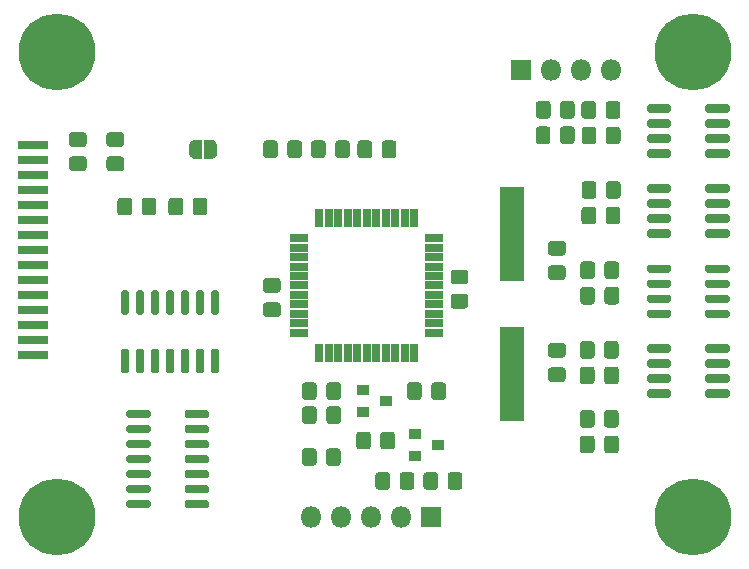
<source format=gbr>
%TF.GenerationSoftware,KiCad,Pcbnew,(5.1.6)-1*%
%TF.CreationDate,2020-05-27T22:40:41+03:00*%
%TF.ProjectId,MD-100 Emulator,4d442d31-3030-4204-956d-756c61746f72,rev?*%
%TF.SameCoordinates,Original*%
%TF.FileFunction,Soldermask,Top*%
%TF.FilePolarity,Negative*%
%FSLAX46Y46*%
G04 Gerber Fmt 4.6, Leading zero omitted, Abs format (unit mm)*
G04 Created by KiCad (PCBNEW (5.1.6)-1) date 2020-05-27 22:40:41*
%MOMM*%
%LPD*%
G01*
G04 APERTURE LIST*
%ADD10R,2.100000X7.975000*%
%ADD11R,0.650000X1.600000*%
%ADD12R,1.600000X0.650000*%
%ADD13R,1.000000X0.900000*%
%ADD14C,0.100000*%
%ADD15O,1.800000X1.800000*%
%ADD16R,1.800000X1.800000*%
%ADD17R,2.640000X0.700000*%
%ADD18C,0.900000*%
%ADD19C,6.500000*%
G04 APERTURE END LIST*
%TO.C,U4*%
G36*
G01*
X143014000Y-123980000D02*
X143014000Y-124330000D01*
G75*
G02*
X142839000Y-124505000I-175000J0D01*
G01*
X141139000Y-124505000D01*
G75*
G02*
X140964000Y-124330000I0J175000D01*
G01*
X140964000Y-123980000D01*
G75*
G02*
X141139000Y-123805000I175000J0D01*
G01*
X142839000Y-123805000D01*
G75*
G02*
X143014000Y-123980000I0J-175000D01*
G01*
G37*
G36*
G01*
X143014000Y-122710000D02*
X143014000Y-123060000D01*
G75*
G02*
X142839000Y-123235000I-175000J0D01*
G01*
X141139000Y-123235000D01*
G75*
G02*
X140964000Y-123060000I0J175000D01*
G01*
X140964000Y-122710000D01*
G75*
G02*
X141139000Y-122535000I175000J0D01*
G01*
X142839000Y-122535000D01*
G75*
G02*
X143014000Y-122710000I0J-175000D01*
G01*
G37*
G36*
G01*
X143014000Y-121440000D02*
X143014000Y-121790000D01*
G75*
G02*
X142839000Y-121965000I-175000J0D01*
G01*
X141139000Y-121965000D01*
G75*
G02*
X140964000Y-121790000I0J175000D01*
G01*
X140964000Y-121440000D01*
G75*
G02*
X141139000Y-121265000I175000J0D01*
G01*
X142839000Y-121265000D01*
G75*
G02*
X143014000Y-121440000I0J-175000D01*
G01*
G37*
G36*
G01*
X143014000Y-120170000D02*
X143014000Y-120520000D01*
G75*
G02*
X142839000Y-120695000I-175000J0D01*
G01*
X141139000Y-120695000D01*
G75*
G02*
X140964000Y-120520000I0J175000D01*
G01*
X140964000Y-120170000D01*
G75*
G02*
X141139000Y-119995000I175000J0D01*
G01*
X142839000Y-119995000D01*
G75*
G02*
X143014000Y-120170000I0J-175000D01*
G01*
G37*
G36*
G01*
X147964000Y-120170000D02*
X147964000Y-120520000D01*
G75*
G02*
X147789000Y-120695000I-175000J0D01*
G01*
X146089000Y-120695000D01*
G75*
G02*
X145914000Y-120520000I0J175000D01*
G01*
X145914000Y-120170000D01*
G75*
G02*
X146089000Y-119995000I175000J0D01*
G01*
X147789000Y-119995000D01*
G75*
G02*
X147964000Y-120170000I0J-175000D01*
G01*
G37*
G36*
G01*
X147964000Y-121440000D02*
X147964000Y-121790000D01*
G75*
G02*
X147789000Y-121965000I-175000J0D01*
G01*
X146089000Y-121965000D01*
G75*
G02*
X145914000Y-121790000I0J175000D01*
G01*
X145914000Y-121440000D01*
G75*
G02*
X146089000Y-121265000I175000J0D01*
G01*
X147789000Y-121265000D01*
G75*
G02*
X147964000Y-121440000I0J-175000D01*
G01*
G37*
G36*
G01*
X147964000Y-122710000D02*
X147964000Y-123060000D01*
G75*
G02*
X147789000Y-123235000I-175000J0D01*
G01*
X146089000Y-123235000D01*
G75*
G02*
X145914000Y-123060000I0J175000D01*
G01*
X145914000Y-122710000D01*
G75*
G02*
X146089000Y-122535000I175000J0D01*
G01*
X147789000Y-122535000D01*
G75*
G02*
X147964000Y-122710000I0J-175000D01*
G01*
G37*
G36*
G01*
X147964000Y-123980000D02*
X147964000Y-124330000D01*
G75*
G02*
X147789000Y-124505000I-175000J0D01*
G01*
X146089000Y-124505000D01*
G75*
G02*
X145914000Y-124330000I0J175000D01*
G01*
X145914000Y-123980000D01*
G75*
G02*
X146089000Y-123805000I175000J0D01*
G01*
X147789000Y-123805000D01*
G75*
G02*
X147964000Y-123980000I0J-175000D01*
G01*
G37*
%TD*%
%TO.C,U3*%
G36*
G01*
X143011000Y-117224000D02*
X143011000Y-117574000D01*
G75*
G02*
X142836000Y-117749000I-175000J0D01*
G01*
X141136000Y-117749000D01*
G75*
G02*
X140961000Y-117574000I0J175000D01*
G01*
X140961000Y-117224000D01*
G75*
G02*
X141136000Y-117049000I175000J0D01*
G01*
X142836000Y-117049000D01*
G75*
G02*
X143011000Y-117224000I0J-175000D01*
G01*
G37*
G36*
G01*
X143011000Y-115954000D02*
X143011000Y-116304000D01*
G75*
G02*
X142836000Y-116479000I-175000J0D01*
G01*
X141136000Y-116479000D01*
G75*
G02*
X140961000Y-116304000I0J175000D01*
G01*
X140961000Y-115954000D01*
G75*
G02*
X141136000Y-115779000I175000J0D01*
G01*
X142836000Y-115779000D01*
G75*
G02*
X143011000Y-115954000I0J-175000D01*
G01*
G37*
G36*
G01*
X143011000Y-114684000D02*
X143011000Y-115034000D01*
G75*
G02*
X142836000Y-115209000I-175000J0D01*
G01*
X141136000Y-115209000D01*
G75*
G02*
X140961000Y-115034000I0J175000D01*
G01*
X140961000Y-114684000D01*
G75*
G02*
X141136000Y-114509000I175000J0D01*
G01*
X142836000Y-114509000D01*
G75*
G02*
X143011000Y-114684000I0J-175000D01*
G01*
G37*
G36*
G01*
X143011000Y-113414000D02*
X143011000Y-113764000D01*
G75*
G02*
X142836000Y-113939000I-175000J0D01*
G01*
X141136000Y-113939000D01*
G75*
G02*
X140961000Y-113764000I0J175000D01*
G01*
X140961000Y-113414000D01*
G75*
G02*
X141136000Y-113239000I175000J0D01*
G01*
X142836000Y-113239000D01*
G75*
G02*
X143011000Y-113414000I0J-175000D01*
G01*
G37*
G36*
G01*
X147961000Y-113414000D02*
X147961000Y-113764000D01*
G75*
G02*
X147786000Y-113939000I-175000J0D01*
G01*
X146086000Y-113939000D01*
G75*
G02*
X145911000Y-113764000I0J175000D01*
G01*
X145911000Y-113414000D01*
G75*
G02*
X146086000Y-113239000I175000J0D01*
G01*
X147786000Y-113239000D01*
G75*
G02*
X147961000Y-113414000I0J-175000D01*
G01*
G37*
G36*
G01*
X147961000Y-114684000D02*
X147961000Y-115034000D01*
G75*
G02*
X147786000Y-115209000I-175000J0D01*
G01*
X146086000Y-115209000D01*
G75*
G02*
X145911000Y-115034000I0J175000D01*
G01*
X145911000Y-114684000D01*
G75*
G02*
X146086000Y-114509000I175000J0D01*
G01*
X147786000Y-114509000D01*
G75*
G02*
X147961000Y-114684000I0J-175000D01*
G01*
G37*
G36*
G01*
X147961000Y-115954000D02*
X147961000Y-116304000D01*
G75*
G02*
X147786000Y-116479000I-175000J0D01*
G01*
X146086000Y-116479000D01*
G75*
G02*
X145911000Y-116304000I0J175000D01*
G01*
X145911000Y-115954000D01*
G75*
G02*
X146086000Y-115779000I175000J0D01*
G01*
X147786000Y-115779000D01*
G75*
G02*
X147961000Y-115954000I0J-175000D01*
G01*
G37*
G36*
G01*
X147961000Y-117224000D02*
X147961000Y-117574000D01*
G75*
G02*
X147786000Y-117749000I-175000J0D01*
G01*
X146086000Y-117749000D01*
G75*
G02*
X145911000Y-117574000I0J175000D01*
G01*
X145911000Y-117224000D01*
G75*
G02*
X146086000Y-117049000I175000J0D01*
G01*
X147786000Y-117049000D01*
G75*
G02*
X147961000Y-117224000I0J-175000D01*
G01*
G37*
%TD*%
%TO.C,U2*%
G36*
G01*
X143011000Y-110442000D02*
X143011000Y-110792000D01*
G75*
G02*
X142836000Y-110967000I-175000J0D01*
G01*
X141136000Y-110967000D01*
G75*
G02*
X140961000Y-110792000I0J175000D01*
G01*
X140961000Y-110442000D01*
G75*
G02*
X141136000Y-110267000I175000J0D01*
G01*
X142836000Y-110267000D01*
G75*
G02*
X143011000Y-110442000I0J-175000D01*
G01*
G37*
G36*
G01*
X143011000Y-109172000D02*
X143011000Y-109522000D01*
G75*
G02*
X142836000Y-109697000I-175000J0D01*
G01*
X141136000Y-109697000D01*
G75*
G02*
X140961000Y-109522000I0J175000D01*
G01*
X140961000Y-109172000D01*
G75*
G02*
X141136000Y-108997000I175000J0D01*
G01*
X142836000Y-108997000D01*
G75*
G02*
X143011000Y-109172000I0J-175000D01*
G01*
G37*
G36*
G01*
X143011000Y-107902000D02*
X143011000Y-108252000D01*
G75*
G02*
X142836000Y-108427000I-175000J0D01*
G01*
X141136000Y-108427000D01*
G75*
G02*
X140961000Y-108252000I0J175000D01*
G01*
X140961000Y-107902000D01*
G75*
G02*
X141136000Y-107727000I175000J0D01*
G01*
X142836000Y-107727000D01*
G75*
G02*
X143011000Y-107902000I0J-175000D01*
G01*
G37*
G36*
G01*
X143011000Y-106632000D02*
X143011000Y-106982000D01*
G75*
G02*
X142836000Y-107157000I-175000J0D01*
G01*
X141136000Y-107157000D01*
G75*
G02*
X140961000Y-106982000I0J175000D01*
G01*
X140961000Y-106632000D01*
G75*
G02*
X141136000Y-106457000I175000J0D01*
G01*
X142836000Y-106457000D01*
G75*
G02*
X143011000Y-106632000I0J-175000D01*
G01*
G37*
G36*
G01*
X147961000Y-106632000D02*
X147961000Y-106982000D01*
G75*
G02*
X147786000Y-107157000I-175000J0D01*
G01*
X146086000Y-107157000D01*
G75*
G02*
X145911000Y-106982000I0J175000D01*
G01*
X145911000Y-106632000D01*
G75*
G02*
X146086000Y-106457000I175000J0D01*
G01*
X147786000Y-106457000D01*
G75*
G02*
X147961000Y-106632000I0J-175000D01*
G01*
G37*
G36*
G01*
X147961000Y-107902000D02*
X147961000Y-108252000D01*
G75*
G02*
X147786000Y-108427000I-175000J0D01*
G01*
X146086000Y-108427000D01*
G75*
G02*
X145911000Y-108252000I0J175000D01*
G01*
X145911000Y-107902000D01*
G75*
G02*
X146086000Y-107727000I175000J0D01*
G01*
X147786000Y-107727000D01*
G75*
G02*
X147961000Y-107902000I0J-175000D01*
G01*
G37*
G36*
G01*
X147961000Y-109172000D02*
X147961000Y-109522000D01*
G75*
G02*
X147786000Y-109697000I-175000J0D01*
G01*
X146086000Y-109697000D01*
G75*
G02*
X145911000Y-109522000I0J175000D01*
G01*
X145911000Y-109172000D01*
G75*
G02*
X146086000Y-108997000I175000J0D01*
G01*
X147786000Y-108997000D01*
G75*
G02*
X147961000Y-109172000I0J-175000D01*
G01*
G37*
G36*
G01*
X147961000Y-110442000D02*
X147961000Y-110792000D01*
G75*
G02*
X147786000Y-110967000I-175000J0D01*
G01*
X146086000Y-110967000D01*
G75*
G02*
X145911000Y-110792000I0J175000D01*
G01*
X145911000Y-110442000D01*
G75*
G02*
X146086000Y-110267000I175000J0D01*
G01*
X147786000Y-110267000D01*
G75*
G02*
X147961000Y-110442000I0J-175000D01*
G01*
G37*
%TD*%
%TO.C,U1*%
G36*
G01*
X143011000Y-103660000D02*
X143011000Y-104010000D01*
G75*
G02*
X142836000Y-104185000I-175000J0D01*
G01*
X141136000Y-104185000D01*
G75*
G02*
X140961000Y-104010000I0J175000D01*
G01*
X140961000Y-103660000D01*
G75*
G02*
X141136000Y-103485000I175000J0D01*
G01*
X142836000Y-103485000D01*
G75*
G02*
X143011000Y-103660000I0J-175000D01*
G01*
G37*
G36*
G01*
X143011000Y-102390000D02*
X143011000Y-102740000D01*
G75*
G02*
X142836000Y-102915000I-175000J0D01*
G01*
X141136000Y-102915000D01*
G75*
G02*
X140961000Y-102740000I0J175000D01*
G01*
X140961000Y-102390000D01*
G75*
G02*
X141136000Y-102215000I175000J0D01*
G01*
X142836000Y-102215000D01*
G75*
G02*
X143011000Y-102390000I0J-175000D01*
G01*
G37*
G36*
G01*
X143011000Y-101120000D02*
X143011000Y-101470000D01*
G75*
G02*
X142836000Y-101645000I-175000J0D01*
G01*
X141136000Y-101645000D01*
G75*
G02*
X140961000Y-101470000I0J175000D01*
G01*
X140961000Y-101120000D01*
G75*
G02*
X141136000Y-100945000I175000J0D01*
G01*
X142836000Y-100945000D01*
G75*
G02*
X143011000Y-101120000I0J-175000D01*
G01*
G37*
G36*
G01*
X143011000Y-99850000D02*
X143011000Y-100200000D01*
G75*
G02*
X142836000Y-100375000I-175000J0D01*
G01*
X141136000Y-100375000D01*
G75*
G02*
X140961000Y-100200000I0J175000D01*
G01*
X140961000Y-99850000D01*
G75*
G02*
X141136000Y-99675000I175000J0D01*
G01*
X142836000Y-99675000D01*
G75*
G02*
X143011000Y-99850000I0J-175000D01*
G01*
G37*
G36*
G01*
X147961000Y-99850000D02*
X147961000Y-100200000D01*
G75*
G02*
X147786000Y-100375000I-175000J0D01*
G01*
X146086000Y-100375000D01*
G75*
G02*
X145911000Y-100200000I0J175000D01*
G01*
X145911000Y-99850000D01*
G75*
G02*
X146086000Y-99675000I175000J0D01*
G01*
X147786000Y-99675000D01*
G75*
G02*
X147961000Y-99850000I0J-175000D01*
G01*
G37*
G36*
G01*
X147961000Y-101120000D02*
X147961000Y-101470000D01*
G75*
G02*
X147786000Y-101645000I-175000J0D01*
G01*
X146086000Y-101645000D01*
G75*
G02*
X145911000Y-101470000I0J175000D01*
G01*
X145911000Y-101120000D01*
G75*
G02*
X146086000Y-100945000I175000J0D01*
G01*
X147786000Y-100945000D01*
G75*
G02*
X147961000Y-101120000I0J-175000D01*
G01*
G37*
G36*
G01*
X147961000Y-102390000D02*
X147961000Y-102740000D01*
G75*
G02*
X147786000Y-102915000I-175000J0D01*
G01*
X146086000Y-102915000D01*
G75*
G02*
X145911000Y-102740000I0J175000D01*
G01*
X145911000Y-102390000D01*
G75*
G02*
X146086000Y-102215000I175000J0D01*
G01*
X147786000Y-102215000D01*
G75*
G02*
X147961000Y-102390000I0J-175000D01*
G01*
G37*
G36*
G01*
X147961000Y-103660000D02*
X147961000Y-104010000D01*
G75*
G02*
X147786000Y-104185000I-175000J0D01*
G01*
X146086000Y-104185000D01*
G75*
G02*
X145911000Y-104010000I0J175000D01*
G01*
X145911000Y-103660000D01*
G75*
G02*
X146086000Y-103485000I175000J0D01*
G01*
X147786000Y-103485000D01*
G75*
G02*
X147961000Y-103660000I0J-175000D01*
G01*
G37*
%TD*%
D10*
%TO.C,Y1*%
X129540000Y-122498500D03*
X129540000Y-110623500D03*
%TD*%
D11*
%TO.C,U7*%
X113246000Y-109311000D03*
X114046000Y-109311000D03*
X114846000Y-109311000D03*
X115646000Y-109311000D03*
X116446000Y-109311000D03*
X117246000Y-109311000D03*
X118046000Y-109311000D03*
X118846000Y-109311000D03*
X119646000Y-109311000D03*
X120446000Y-109311000D03*
X121246000Y-109311000D03*
D12*
X122946000Y-111011000D03*
X122946000Y-111811000D03*
X122946000Y-112611000D03*
X122946000Y-113411000D03*
X122946000Y-114211000D03*
X122946000Y-115011000D03*
X122946000Y-115811000D03*
X122946000Y-116611000D03*
X122946000Y-117411000D03*
X122946000Y-118211000D03*
X122946000Y-119011000D03*
D11*
X121246000Y-120711000D03*
X120446000Y-120711000D03*
X119646000Y-120711000D03*
X118846000Y-120711000D03*
X118046000Y-120711000D03*
X117246000Y-120711000D03*
X116446000Y-120711000D03*
X115646000Y-120711000D03*
X114846000Y-120711000D03*
X114046000Y-120711000D03*
X113246000Y-120711000D03*
D12*
X111546000Y-119011000D03*
X111546000Y-118211000D03*
X111546000Y-117411000D03*
X111546000Y-116611000D03*
X111546000Y-115811000D03*
X111546000Y-115011000D03*
X111546000Y-114211000D03*
X111546000Y-113411000D03*
X111546000Y-112611000D03*
X111546000Y-111811000D03*
X111546000Y-111011000D03*
%TD*%
%TO.C,U6*%
G36*
G01*
X98945000Y-133353000D02*
X98945000Y-133703000D01*
G75*
G02*
X98770000Y-133878000I-175000J0D01*
G01*
X97070000Y-133878000D01*
G75*
G02*
X96895000Y-133703000I0J175000D01*
G01*
X96895000Y-133353000D01*
G75*
G02*
X97070000Y-133178000I175000J0D01*
G01*
X98770000Y-133178000D01*
G75*
G02*
X98945000Y-133353000I0J-175000D01*
G01*
G37*
G36*
G01*
X98945000Y-132083000D02*
X98945000Y-132433000D01*
G75*
G02*
X98770000Y-132608000I-175000J0D01*
G01*
X97070000Y-132608000D01*
G75*
G02*
X96895000Y-132433000I0J175000D01*
G01*
X96895000Y-132083000D01*
G75*
G02*
X97070000Y-131908000I175000J0D01*
G01*
X98770000Y-131908000D01*
G75*
G02*
X98945000Y-132083000I0J-175000D01*
G01*
G37*
G36*
G01*
X98945000Y-130813000D02*
X98945000Y-131163000D01*
G75*
G02*
X98770000Y-131338000I-175000J0D01*
G01*
X97070000Y-131338000D01*
G75*
G02*
X96895000Y-131163000I0J175000D01*
G01*
X96895000Y-130813000D01*
G75*
G02*
X97070000Y-130638000I175000J0D01*
G01*
X98770000Y-130638000D01*
G75*
G02*
X98945000Y-130813000I0J-175000D01*
G01*
G37*
G36*
G01*
X98945000Y-129543000D02*
X98945000Y-129893000D01*
G75*
G02*
X98770000Y-130068000I-175000J0D01*
G01*
X97070000Y-130068000D01*
G75*
G02*
X96895000Y-129893000I0J175000D01*
G01*
X96895000Y-129543000D01*
G75*
G02*
X97070000Y-129368000I175000J0D01*
G01*
X98770000Y-129368000D01*
G75*
G02*
X98945000Y-129543000I0J-175000D01*
G01*
G37*
G36*
G01*
X98945000Y-128273000D02*
X98945000Y-128623000D01*
G75*
G02*
X98770000Y-128798000I-175000J0D01*
G01*
X97070000Y-128798000D01*
G75*
G02*
X96895000Y-128623000I0J175000D01*
G01*
X96895000Y-128273000D01*
G75*
G02*
X97070000Y-128098000I175000J0D01*
G01*
X98770000Y-128098000D01*
G75*
G02*
X98945000Y-128273000I0J-175000D01*
G01*
G37*
G36*
G01*
X98945000Y-127003000D02*
X98945000Y-127353000D01*
G75*
G02*
X98770000Y-127528000I-175000J0D01*
G01*
X97070000Y-127528000D01*
G75*
G02*
X96895000Y-127353000I0J175000D01*
G01*
X96895000Y-127003000D01*
G75*
G02*
X97070000Y-126828000I175000J0D01*
G01*
X98770000Y-126828000D01*
G75*
G02*
X98945000Y-127003000I0J-175000D01*
G01*
G37*
G36*
G01*
X98945000Y-125733000D02*
X98945000Y-126083000D01*
G75*
G02*
X98770000Y-126258000I-175000J0D01*
G01*
X97070000Y-126258000D01*
G75*
G02*
X96895000Y-126083000I0J175000D01*
G01*
X96895000Y-125733000D01*
G75*
G02*
X97070000Y-125558000I175000J0D01*
G01*
X98770000Y-125558000D01*
G75*
G02*
X98945000Y-125733000I0J-175000D01*
G01*
G37*
G36*
G01*
X103895000Y-125733000D02*
X103895000Y-126083000D01*
G75*
G02*
X103720000Y-126258000I-175000J0D01*
G01*
X102020000Y-126258000D01*
G75*
G02*
X101845000Y-126083000I0J175000D01*
G01*
X101845000Y-125733000D01*
G75*
G02*
X102020000Y-125558000I175000J0D01*
G01*
X103720000Y-125558000D01*
G75*
G02*
X103895000Y-125733000I0J-175000D01*
G01*
G37*
G36*
G01*
X103895000Y-127003000D02*
X103895000Y-127353000D01*
G75*
G02*
X103720000Y-127528000I-175000J0D01*
G01*
X102020000Y-127528000D01*
G75*
G02*
X101845000Y-127353000I0J175000D01*
G01*
X101845000Y-127003000D01*
G75*
G02*
X102020000Y-126828000I175000J0D01*
G01*
X103720000Y-126828000D01*
G75*
G02*
X103895000Y-127003000I0J-175000D01*
G01*
G37*
G36*
G01*
X103895000Y-128273000D02*
X103895000Y-128623000D01*
G75*
G02*
X103720000Y-128798000I-175000J0D01*
G01*
X102020000Y-128798000D01*
G75*
G02*
X101845000Y-128623000I0J175000D01*
G01*
X101845000Y-128273000D01*
G75*
G02*
X102020000Y-128098000I175000J0D01*
G01*
X103720000Y-128098000D01*
G75*
G02*
X103895000Y-128273000I0J-175000D01*
G01*
G37*
G36*
G01*
X103895000Y-129543000D02*
X103895000Y-129893000D01*
G75*
G02*
X103720000Y-130068000I-175000J0D01*
G01*
X102020000Y-130068000D01*
G75*
G02*
X101845000Y-129893000I0J175000D01*
G01*
X101845000Y-129543000D01*
G75*
G02*
X102020000Y-129368000I175000J0D01*
G01*
X103720000Y-129368000D01*
G75*
G02*
X103895000Y-129543000I0J-175000D01*
G01*
G37*
G36*
G01*
X103895000Y-130813000D02*
X103895000Y-131163000D01*
G75*
G02*
X103720000Y-131338000I-175000J0D01*
G01*
X102020000Y-131338000D01*
G75*
G02*
X101845000Y-131163000I0J175000D01*
G01*
X101845000Y-130813000D01*
G75*
G02*
X102020000Y-130638000I175000J0D01*
G01*
X103720000Y-130638000D01*
G75*
G02*
X103895000Y-130813000I0J-175000D01*
G01*
G37*
G36*
G01*
X103895000Y-132083000D02*
X103895000Y-132433000D01*
G75*
G02*
X103720000Y-132608000I-175000J0D01*
G01*
X102020000Y-132608000D01*
G75*
G02*
X101845000Y-132433000I0J175000D01*
G01*
X101845000Y-132083000D01*
G75*
G02*
X102020000Y-131908000I175000J0D01*
G01*
X103720000Y-131908000D01*
G75*
G02*
X103895000Y-132083000I0J-175000D01*
G01*
G37*
G36*
G01*
X103895000Y-133353000D02*
X103895000Y-133703000D01*
G75*
G02*
X103720000Y-133878000I-175000J0D01*
G01*
X102020000Y-133878000D01*
G75*
G02*
X101845000Y-133703000I0J175000D01*
G01*
X101845000Y-133353000D01*
G75*
G02*
X102020000Y-133178000I175000J0D01*
G01*
X103720000Y-133178000D01*
G75*
G02*
X103895000Y-133353000I0J-175000D01*
G01*
G37*
%TD*%
%TO.C,U5*%
G36*
G01*
X96949000Y-117487000D02*
X96599000Y-117487000D01*
G75*
G02*
X96424000Y-117312000I0J175000D01*
G01*
X96424000Y-115612000D01*
G75*
G02*
X96599000Y-115437000I175000J0D01*
G01*
X96949000Y-115437000D01*
G75*
G02*
X97124000Y-115612000I0J-175000D01*
G01*
X97124000Y-117312000D01*
G75*
G02*
X96949000Y-117487000I-175000J0D01*
G01*
G37*
G36*
G01*
X98219000Y-117487000D02*
X97869000Y-117487000D01*
G75*
G02*
X97694000Y-117312000I0J175000D01*
G01*
X97694000Y-115612000D01*
G75*
G02*
X97869000Y-115437000I175000J0D01*
G01*
X98219000Y-115437000D01*
G75*
G02*
X98394000Y-115612000I0J-175000D01*
G01*
X98394000Y-117312000D01*
G75*
G02*
X98219000Y-117487000I-175000J0D01*
G01*
G37*
G36*
G01*
X99489000Y-117487000D02*
X99139000Y-117487000D01*
G75*
G02*
X98964000Y-117312000I0J175000D01*
G01*
X98964000Y-115612000D01*
G75*
G02*
X99139000Y-115437000I175000J0D01*
G01*
X99489000Y-115437000D01*
G75*
G02*
X99664000Y-115612000I0J-175000D01*
G01*
X99664000Y-117312000D01*
G75*
G02*
X99489000Y-117487000I-175000J0D01*
G01*
G37*
G36*
G01*
X100759000Y-117487000D02*
X100409000Y-117487000D01*
G75*
G02*
X100234000Y-117312000I0J175000D01*
G01*
X100234000Y-115612000D01*
G75*
G02*
X100409000Y-115437000I175000J0D01*
G01*
X100759000Y-115437000D01*
G75*
G02*
X100934000Y-115612000I0J-175000D01*
G01*
X100934000Y-117312000D01*
G75*
G02*
X100759000Y-117487000I-175000J0D01*
G01*
G37*
G36*
G01*
X102029000Y-117487000D02*
X101679000Y-117487000D01*
G75*
G02*
X101504000Y-117312000I0J175000D01*
G01*
X101504000Y-115612000D01*
G75*
G02*
X101679000Y-115437000I175000J0D01*
G01*
X102029000Y-115437000D01*
G75*
G02*
X102204000Y-115612000I0J-175000D01*
G01*
X102204000Y-117312000D01*
G75*
G02*
X102029000Y-117487000I-175000J0D01*
G01*
G37*
G36*
G01*
X103299000Y-117487000D02*
X102949000Y-117487000D01*
G75*
G02*
X102774000Y-117312000I0J175000D01*
G01*
X102774000Y-115612000D01*
G75*
G02*
X102949000Y-115437000I175000J0D01*
G01*
X103299000Y-115437000D01*
G75*
G02*
X103474000Y-115612000I0J-175000D01*
G01*
X103474000Y-117312000D01*
G75*
G02*
X103299000Y-117487000I-175000J0D01*
G01*
G37*
G36*
G01*
X104569000Y-117487000D02*
X104219000Y-117487000D01*
G75*
G02*
X104044000Y-117312000I0J175000D01*
G01*
X104044000Y-115612000D01*
G75*
G02*
X104219000Y-115437000I175000J0D01*
G01*
X104569000Y-115437000D01*
G75*
G02*
X104744000Y-115612000I0J-175000D01*
G01*
X104744000Y-117312000D01*
G75*
G02*
X104569000Y-117487000I-175000J0D01*
G01*
G37*
G36*
G01*
X104569000Y-122437000D02*
X104219000Y-122437000D01*
G75*
G02*
X104044000Y-122262000I0J175000D01*
G01*
X104044000Y-120562000D01*
G75*
G02*
X104219000Y-120387000I175000J0D01*
G01*
X104569000Y-120387000D01*
G75*
G02*
X104744000Y-120562000I0J-175000D01*
G01*
X104744000Y-122262000D01*
G75*
G02*
X104569000Y-122437000I-175000J0D01*
G01*
G37*
G36*
G01*
X103299000Y-122437000D02*
X102949000Y-122437000D01*
G75*
G02*
X102774000Y-122262000I0J175000D01*
G01*
X102774000Y-120562000D01*
G75*
G02*
X102949000Y-120387000I175000J0D01*
G01*
X103299000Y-120387000D01*
G75*
G02*
X103474000Y-120562000I0J-175000D01*
G01*
X103474000Y-122262000D01*
G75*
G02*
X103299000Y-122437000I-175000J0D01*
G01*
G37*
G36*
G01*
X102029000Y-122437000D02*
X101679000Y-122437000D01*
G75*
G02*
X101504000Y-122262000I0J175000D01*
G01*
X101504000Y-120562000D01*
G75*
G02*
X101679000Y-120387000I175000J0D01*
G01*
X102029000Y-120387000D01*
G75*
G02*
X102204000Y-120562000I0J-175000D01*
G01*
X102204000Y-122262000D01*
G75*
G02*
X102029000Y-122437000I-175000J0D01*
G01*
G37*
G36*
G01*
X100759000Y-122437000D02*
X100409000Y-122437000D01*
G75*
G02*
X100234000Y-122262000I0J175000D01*
G01*
X100234000Y-120562000D01*
G75*
G02*
X100409000Y-120387000I175000J0D01*
G01*
X100759000Y-120387000D01*
G75*
G02*
X100934000Y-120562000I0J-175000D01*
G01*
X100934000Y-122262000D01*
G75*
G02*
X100759000Y-122437000I-175000J0D01*
G01*
G37*
G36*
G01*
X99489000Y-122437000D02*
X99139000Y-122437000D01*
G75*
G02*
X98964000Y-122262000I0J175000D01*
G01*
X98964000Y-120562000D01*
G75*
G02*
X99139000Y-120387000I175000J0D01*
G01*
X99489000Y-120387000D01*
G75*
G02*
X99664000Y-120562000I0J-175000D01*
G01*
X99664000Y-122262000D01*
G75*
G02*
X99489000Y-122437000I-175000J0D01*
G01*
G37*
G36*
G01*
X98219000Y-122437000D02*
X97869000Y-122437000D01*
G75*
G02*
X97694000Y-122262000I0J175000D01*
G01*
X97694000Y-120562000D01*
G75*
G02*
X97869000Y-120387000I175000J0D01*
G01*
X98219000Y-120387000D01*
G75*
G02*
X98394000Y-120562000I0J-175000D01*
G01*
X98394000Y-122262000D01*
G75*
G02*
X98219000Y-122437000I-175000J0D01*
G01*
G37*
G36*
G01*
X96949000Y-122437000D02*
X96599000Y-122437000D01*
G75*
G02*
X96424000Y-122262000I0J175000D01*
G01*
X96424000Y-120562000D01*
G75*
G02*
X96599000Y-120387000I175000J0D01*
G01*
X96949000Y-120387000D01*
G75*
G02*
X97124000Y-120562000I0J-175000D01*
G01*
X97124000Y-122262000D01*
G75*
G02*
X96949000Y-122437000I-175000J0D01*
G01*
G37*
%TD*%
%TO.C,R21*%
G36*
G01*
X118392000Y-128621262D02*
X118392000Y-127664738D01*
G75*
G02*
X118663738Y-127393000I271738J0D01*
G01*
X119370262Y-127393000D01*
G75*
G02*
X119642000Y-127664738I0J-271738D01*
G01*
X119642000Y-128621262D01*
G75*
G02*
X119370262Y-128893000I-271738J0D01*
G01*
X118663738Y-128893000D01*
G75*
G02*
X118392000Y-128621262I0J271738D01*
G01*
G37*
G36*
G01*
X116342000Y-128621262D02*
X116342000Y-127664738D01*
G75*
G02*
X116613738Y-127393000I271738J0D01*
G01*
X117320262Y-127393000D01*
G75*
G02*
X117592000Y-127664738I0J-271738D01*
G01*
X117592000Y-128621262D01*
G75*
G02*
X117320262Y-128893000I-271738J0D01*
G01*
X116613738Y-128893000D01*
G75*
G02*
X116342000Y-128621262I0J271738D01*
G01*
G37*
%TD*%
%TO.C,R20*%
G36*
G01*
X113002000Y-129061738D02*
X113002000Y-130018262D01*
G75*
G02*
X112730262Y-130290000I-271738J0D01*
G01*
X112023738Y-130290000D01*
G75*
G02*
X111752000Y-130018262I0J271738D01*
G01*
X111752000Y-129061738D01*
G75*
G02*
X112023738Y-128790000I271738J0D01*
G01*
X112730262Y-128790000D01*
G75*
G02*
X113002000Y-129061738I0J-271738D01*
G01*
G37*
G36*
G01*
X115052000Y-129061738D02*
X115052000Y-130018262D01*
G75*
G02*
X114780262Y-130290000I-271738J0D01*
G01*
X114073738Y-130290000D01*
G75*
G02*
X113802000Y-130018262I0J271738D01*
G01*
X113802000Y-129061738D01*
G75*
G02*
X114073738Y-128790000I271738J0D01*
G01*
X114780262Y-128790000D01*
G75*
G02*
X115052000Y-129061738I0J-271738D01*
G01*
G37*
%TD*%
%TO.C,R19*%
G36*
G01*
X113820000Y-126462262D02*
X113820000Y-125505738D01*
G75*
G02*
X114091738Y-125234000I271738J0D01*
G01*
X114798262Y-125234000D01*
G75*
G02*
X115070000Y-125505738I0J-271738D01*
G01*
X115070000Y-126462262D01*
G75*
G02*
X114798262Y-126734000I-271738J0D01*
G01*
X114091738Y-126734000D01*
G75*
G02*
X113820000Y-126462262I0J271738D01*
G01*
G37*
G36*
G01*
X111770000Y-126462262D02*
X111770000Y-125505738D01*
G75*
G02*
X112041738Y-125234000I271738J0D01*
G01*
X112748262Y-125234000D01*
G75*
G02*
X113020000Y-125505738I0J-271738D01*
G01*
X113020000Y-126462262D01*
G75*
G02*
X112748262Y-126734000I-271738J0D01*
G01*
X112041738Y-126734000D01*
G75*
G02*
X111770000Y-126462262I0J271738D01*
G01*
G37*
%TD*%
%TO.C,R18*%
G36*
G01*
X113820000Y-124430262D02*
X113820000Y-123473738D01*
G75*
G02*
X114091738Y-123202000I271738J0D01*
G01*
X114798262Y-123202000D01*
G75*
G02*
X115070000Y-123473738I0J-271738D01*
G01*
X115070000Y-124430262D01*
G75*
G02*
X114798262Y-124702000I-271738J0D01*
G01*
X114091738Y-124702000D01*
G75*
G02*
X113820000Y-124430262I0J271738D01*
G01*
G37*
G36*
G01*
X111770000Y-124430262D02*
X111770000Y-123473738D01*
G75*
G02*
X112041738Y-123202000I271738J0D01*
G01*
X112748262Y-123202000D01*
G75*
G02*
X113020000Y-123473738I0J-271738D01*
G01*
X113020000Y-124430262D01*
G75*
G02*
X112748262Y-124702000I-271738J0D01*
G01*
X112041738Y-124702000D01*
G75*
G02*
X111770000Y-124430262I0J271738D01*
G01*
G37*
%TD*%
%TO.C,R17*%
G36*
G01*
X98181000Y-108809262D02*
X98181000Y-107852738D01*
G75*
G02*
X98452738Y-107581000I271738J0D01*
G01*
X99159262Y-107581000D01*
G75*
G02*
X99431000Y-107852738I0J-271738D01*
G01*
X99431000Y-108809262D01*
G75*
G02*
X99159262Y-109081000I-271738J0D01*
G01*
X98452738Y-109081000D01*
G75*
G02*
X98181000Y-108809262I0J271738D01*
G01*
G37*
G36*
G01*
X96131000Y-108809262D02*
X96131000Y-107852738D01*
G75*
G02*
X96402738Y-107581000I271738J0D01*
G01*
X97109262Y-107581000D01*
G75*
G02*
X97381000Y-107852738I0J-271738D01*
G01*
X97381000Y-108809262D01*
G75*
G02*
X97109262Y-109081000I-271738J0D01*
G01*
X96402738Y-109081000D01*
G75*
G02*
X96131000Y-108809262I0J271738D01*
G01*
G37*
%TD*%
%TO.C,R16*%
G36*
G01*
X122701000Y-124430262D02*
X122701000Y-123473738D01*
G75*
G02*
X122972738Y-123202000I271738J0D01*
G01*
X123679262Y-123202000D01*
G75*
G02*
X123951000Y-123473738I0J-271738D01*
G01*
X123951000Y-124430262D01*
G75*
G02*
X123679262Y-124702000I-271738J0D01*
G01*
X122972738Y-124702000D01*
G75*
G02*
X122701000Y-124430262I0J271738D01*
G01*
G37*
G36*
G01*
X120651000Y-124430262D02*
X120651000Y-123473738D01*
G75*
G02*
X120922738Y-123202000I271738J0D01*
G01*
X121629262Y-123202000D01*
G75*
G02*
X121901000Y-123473738I0J-271738D01*
G01*
X121901000Y-124430262D01*
G75*
G02*
X121629262Y-124702000I-271738J0D01*
G01*
X120922738Y-124702000D01*
G75*
G02*
X120651000Y-124430262I0J271738D01*
G01*
G37*
%TD*%
%TO.C,R15*%
G36*
G01*
X137340000Y-126792262D02*
X137340000Y-125835738D01*
G75*
G02*
X137611738Y-125564000I271738J0D01*
G01*
X138318262Y-125564000D01*
G75*
G02*
X138590000Y-125835738I0J-271738D01*
G01*
X138590000Y-126792262D01*
G75*
G02*
X138318262Y-127064000I-271738J0D01*
G01*
X137611738Y-127064000D01*
G75*
G02*
X137340000Y-126792262I0J271738D01*
G01*
G37*
G36*
G01*
X135290000Y-126792262D02*
X135290000Y-125835738D01*
G75*
G02*
X135561738Y-125564000I271738J0D01*
G01*
X136268262Y-125564000D01*
G75*
G02*
X136540000Y-125835738I0J-271738D01*
G01*
X136540000Y-126792262D01*
G75*
G02*
X136268262Y-127064000I-271738J0D01*
G01*
X135561738Y-127064000D01*
G75*
G02*
X135290000Y-126792262I0J271738D01*
G01*
G37*
%TD*%
%TO.C,R14*%
G36*
G01*
X137340000Y-128951262D02*
X137340000Y-127994738D01*
G75*
G02*
X137611738Y-127723000I271738J0D01*
G01*
X138318262Y-127723000D01*
G75*
G02*
X138590000Y-127994738I0J-271738D01*
G01*
X138590000Y-128951262D01*
G75*
G02*
X138318262Y-129223000I-271738J0D01*
G01*
X137611738Y-129223000D01*
G75*
G02*
X137340000Y-128951262I0J271738D01*
G01*
G37*
G36*
G01*
X135290000Y-128951262D02*
X135290000Y-127994738D01*
G75*
G02*
X135561738Y-127723000I271738J0D01*
G01*
X136268262Y-127723000D01*
G75*
G02*
X136540000Y-127994738I0J-271738D01*
G01*
X136540000Y-128951262D01*
G75*
G02*
X136268262Y-129223000I-271738J0D01*
G01*
X135561738Y-129223000D01*
G75*
G02*
X135290000Y-128951262I0J271738D01*
G01*
G37*
%TD*%
%TO.C,R13*%
G36*
G01*
X132802000Y-101819738D02*
X132802000Y-102776262D01*
G75*
G02*
X132530262Y-103048000I-271738J0D01*
G01*
X131823738Y-103048000D01*
G75*
G02*
X131552000Y-102776262I0J271738D01*
G01*
X131552000Y-101819738D01*
G75*
G02*
X131823738Y-101548000I271738J0D01*
G01*
X132530262Y-101548000D01*
G75*
G02*
X132802000Y-101819738I0J-271738D01*
G01*
G37*
G36*
G01*
X134852000Y-101819738D02*
X134852000Y-102776262D01*
G75*
G02*
X134580262Y-103048000I-271738J0D01*
G01*
X133873738Y-103048000D01*
G75*
G02*
X133602000Y-102776262I0J271738D01*
G01*
X133602000Y-101819738D01*
G75*
G02*
X133873738Y-101548000I271738J0D01*
G01*
X134580262Y-101548000D01*
G75*
G02*
X134852000Y-101819738I0J-271738D01*
G01*
G37*
%TD*%
%TO.C,R12*%
G36*
G01*
X110518000Y-103958262D02*
X110518000Y-103001738D01*
G75*
G02*
X110789738Y-102730000I271738J0D01*
G01*
X111496262Y-102730000D01*
G75*
G02*
X111768000Y-103001738I0J-271738D01*
G01*
X111768000Y-103958262D01*
G75*
G02*
X111496262Y-104230000I-271738J0D01*
G01*
X110789738Y-104230000D01*
G75*
G02*
X110518000Y-103958262I0J271738D01*
G01*
G37*
G36*
G01*
X108468000Y-103958262D02*
X108468000Y-103001738D01*
G75*
G02*
X108739738Y-102730000I271738J0D01*
G01*
X109446262Y-102730000D01*
G75*
G02*
X109718000Y-103001738I0J-271738D01*
G01*
X109718000Y-103958262D01*
G75*
G02*
X109446262Y-104230000I-271738J0D01*
G01*
X108739738Y-104230000D01*
G75*
G02*
X108468000Y-103958262I0J271738D01*
G01*
G37*
%TD*%
%TO.C,R11*%
G36*
G01*
X132810000Y-99661738D02*
X132810000Y-100618262D01*
G75*
G02*
X132538262Y-100890000I-271738J0D01*
G01*
X131831738Y-100890000D01*
G75*
G02*
X131560000Y-100618262I0J271738D01*
G01*
X131560000Y-99661738D01*
G75*
G02*
X131831738Y-99390000I271738J0D01*
G01*
X132538262Y-99390000D01*
G75*
G02*
X132810000Y-99661738I0J-271738D01*
G01*
G37*
G36*
G01*
X134860000Y-99661738D02*
X134860000Y-100618262D01*
G75*
G02*
X134588262Y-100890000I-271738J0D01*
G01*
X133881738Y-100890000D01*
G75*
G02*
X133610000Y-100618262I0J271738D01*
G01*
X133610000Y-99661738D01*
G75*
G02*
X133881738Y-99390000I271738J0D01*
G01*
X134588262Y-99390000D01*
G75*
G02*
X134860000Y-99661738I0J-271738D01*
G01*
G37*
%TD*%
%TO.C,R10*%
G36*
G01*
X117710000Y-103001738D02*
X117710000Y-103958262D01*
G75*
G02*
X117438262Y-104230000I-271738J0D01*
G01*
X116731738Y-104230000D01*
G75*
G02*
X116460000Y-103958262I0J271738D01*
G01*
X116460000Y-103001738D01*
G75*
G02*
X116731738Y-102730000I271738J0D01*
G01*
X117438262Y-102730000D01*
G75*
G02*
X117710000Y-103001738I0J-271738D01*
G01*
G37*
G36*
G01*
X119760000Y-103001738D02*
X119760000Y-103958262D01*
G75*
G02*
X119488262Y-104230000I-271738J0D01*
G01*
X118781738Y-104230000D01*
G75*
G02*
X118510000Y-103958262I0J271738D01*
G01*
X118510000Y-103001738D01*
G75*
G02*
X118781738Y-102730000I271738J0D01*
G01*
X119488262Y-102730000D01*
G75*
G02*
X119760000Y-103001738I0J-271738D01*
G01*
G37*
%TD*%
%TO.C,R9*%
G36*
G01*
X124089000Y-132050262D02*
X124089000Y-131093738D01*
G75*
G02*
X124360738Y-130822000I271738J0D01*
G01*
X125067262Y-130822000D01*
G75*
G02*
X125339000Y-131093738I0J-271738D01*
G01*
X125339000Y-132050262D01*
G75*
G02*
X125067262Y-132322000I-271738J0D01*
G01*
X124360738Y-132322000D01*
G75*
G02*
X124089000Y-132050262I0J271738D01*
G01*
G37*
G36*
G01*
X122039000Y-132050262D02*
X122039000Y-131093738D01*
G75*
G02*
X122310738Y-130822000I271738J0D01*
G01*
X123017262Y-130822000D01*
G75*
G02*
X123289000Y-131093738I0J-271738D01*
G01*
X123289000Y-132050262D01*
G75*
G02*
X123017262Y-132322000I-271738J0D01*
G01*
X122310738Y-132322000D01*
G75*
G02*
X122039000Y-132050262I0J271738D01*
G01*
G37*
%TD*%
%TO.C,R8*%
G36*
G01*
X137340000Y-123109262D02*
X137340000Y-122152738D01*
G75*
G02*
X137611738Y-121881000I271738J0D01*
G01*
X138318262Y-121881000D01*
G75*
G02*
X138590000Y-122152738I0J-271738D01*
G01*
X138590000Y-123109262D01*
G75*
G02*
X138318262Y-123381000I-271738J0D01*
G01*
X137611738Y-123381000D01*
G75*
G02*
X137340000Y-123109262I0J271738D01*
G01*
G37*
G36*
G01*
X135290000Y-123109262D02*
X135290000Y-122152738D01*
G75*
G02*
X135561738Y-121881000I271738J0D01*
G01*
X136268262Y-121881000D01*
G75*
G02*
X136540000Y-122152738I0J-271738D01*
G01*
X136540000Y-123109262D01*
G75*
G02*
X136268262Y-123381000I-271738J0D01*
G01*
X135561738Y-123381000D01*
G75*
G02*
X135290000Y-123109262I0J271738D01*
G01*
G37*
%TD*%
%TO.C,R7*%
G36*
G01*
X137340000Y-120950262D02*
X137340000Y-119993738D01*
G75*
G02*
X137611738Y-119722000I271738J0D01*
G01*
X138318262Y-119722000D01*
G75*
G02*
X138590000Y-119993738I0J-271738D01*
G01*
X138590000Y-120950262D01*
G75*
G02*
X138318262Y-121222000I-271738J0D01*
G01*
X137611738Y-121222000D01*
G75*
G02*
X137340000Y-120950262I0J271738D01*
G01*
G37*
G36*
G01*
X135290000Y-120950262D02*
X135290000Y-119993738D01*
G75*
G02*
X135561738Y-119722000I271738J0D01*
G01*
X136268262Y-119722000D01*
G75*
G02*
X136540000Y-119993738I0J-271738D01*
G01*
X136540000Y-120950262D01*
G75*
G02*
X136268262Y-121222000I-271738J0D01*
G01*
X135561738Y-121222000D01*
G75*
G02*
X135290000Y-120950262I0J271738D01*
G01*
G37*
%TD*%
%TO.C,R6*%
G36*
G01*
X137366000Y-116353262D02*
X137366000Y-115396738D01*
G75*
G02*
X137637738Y-115125000I271738J0D01*
G01*
X138344262Y-115125000D01*
G75*
G02*
X138616000Y-115396738I0J-271738D01*
G01*
X138616000Y-116353262D01*
G75*
G02*
X138344262Y-116625000I-271738J0D01*
G01*
X137637738Y-116625000D01*
G75*
G02*
X137366000Y-116353262I0J271738D01*
G01*
G37*
G36*
G01*
X135316000Y-116353262D02*
X135316000Y-115396738D01*
G75*
G02*
X135587738Y-115125000I271738J0D01*
G01*
X136294262Y-115125000D01*
G75*
G02*
X136566000Y-115396738I0J-271738D01*
G01*
X136566000Y-116353262D01*
G75*
G02*
X136294262Y-116625000I-271738J0D01*
G01*
X135587738Y-116625000D01*
G75*
G02*
X135316000Y-116353262I0J271738D01*
G01*
G37*
%TD*%
%TO.C,R5*%
G36*
G01*
X137366000Y-114194262D02*
X137366000Y-113237738D01*
G75*
G02*
X137637738Y-112966000I271738J0D01*
G01*
X138344262Y-112966000D01*
G75*
G02*
X138616000Y-113237738I0J-271738D01*
G01*
X138616000Y-114194262D01*
G75*
G02*
X138344262Y-114466000I-271738J0D01*
G01*
X137637738Y-114466000D01*
G75*
G02*
X137366000Y-114194262I0J271738D01*
G01*
G37*
G36*
G01*
X135316000Y-114194262D02*
X135316000Y-113237738D01*
G75*
G02*
X135587738Y-112966000I271738J0D01*
G01*
X136294262Y-112966000D01*
G75*
G02*
X136566000Y-113237738I0J-271738D01*
G01*
X136566000Y-114194262D01*
G75*
G02*
X136294262Y-114466000I-271738J0D01*
G01*
X135587738Y-114466000D01*
G75*
G02*
X135316000Y-114194262I0J271738D01*
G01*
G37*
%TD*%
%TO.C,R4*%
G36*
G01*
X137475000Y-109571262D02*
X137475000Y-108614738D01*
G75*
G02*
X137746738Y-108343000I271738J0D01*
G01*
X138453262Y-108343000D01*
G75*
G02*
X138725000Y-108614738I0J-271738D01*
G01*
X138725000Y-109571262D01*
G75*
G02*
X138453262Y-109843000I-271738J0D01*
G01*
X137746738Y-109843000D01*
G75*
G02*
X137475000Y-109571262I0J271738D01*
G01*
G37*
G36*
G01*
X135425000Y-109571262D02*
X135425000Y-108614738D01*
G75*
G02*
X135696738Y-108343000I271738J0D01*
G01*
X136403262Y-108343000D01*
G75*
G02*
X136675000Y-108614738I0J-271738D01*
G01*
X136675000Y-109571262D01*
G75*
G02*
X136403262Y-109843000I-271738J0D01*
G01*
X135696738Y-109843000D01*
G75*
G02*
X135425000Y-109571262I0J271738D01*
G01*
G37*
%TD*%
%TO.C,R3*%
G36*
G01*
X137493000Y-107412262D02*
X137493000Y-106455738D01*
G75*
G02*
X137764738Y-106184000I271738J0D01*
G01*
X138471262Y-106184000D01*
G75*
G02*
X138743000Y-106455738I0J-271738D01*
G01*
X138743000Y-107412262D01*
G75*
G02*
X138471262Y-107684000I-271738J0D01*
G01*
X137764738Y-107684000D01*
G75*
G02*
X137493000Y-107412262I0J271738D01*
G01*
G37*
G36*
G01*
X135443000Y-107412262D02*
X135443000Y-106455738D01*
G75*
G02*
X135714738Y-106184000I271738J0D01*
G01*
X136421262Y-106184000D01*
G75*
G02*
X136693000Y-106455738I0J-271738D01*
G01*
X136693000Y-107412262D01*
G75*
G02*
X136421262Y-107684000I-271738J0D01*
G01*
X135714738Y-107684000D01*
G75*
G02*
X135443000Y-107412262I0J271738D01*
G01*
G37*
%TD*%
%TO.C,R2*%
G36*
G01*
X137484000Y-102789262D02*
X137484000Y-101832738D01*
G75*
G02*
X137755738Y-101561000I271738J0D01*
G01*
X138462262Y-101561000D01*
G75*
G02*
X138734000Y-101832738I0J-271738D01*
G01*
X138734000Y-102789262D01*
G75*
G02*
X138462262Y-103061000I-271738J0D01*
G01*
X137755738Y-103061000D01*
G75*
G02*
X137484000Y-102789262I0J271738D01*
G01*
G37*
G36*
G01*
X135434000Y-102789262D02*
X135434000Y-101832738D01*
G75*
G02*
X135705738Y-101561000I271738J0D01*
G01*
X136412262Y-101561000D01*
G75*
G02*
X136684000Y-101832738I0J-271738D01*
G01*
X136684000Y-102789262D01*
G75*
G02*
X136412262Y-103061000I-271738J0D01*
G01*
X135705738Y-103061000D01*
G75*
G02*
X135434000Y-102789262I0J271738D01*
G01*
G37*
%TD*%
%TO.C,R1*%
G36*
G01*
X137475000Y-100630262D02*
X137475000Y-99673738D01*
G75*
G02*
X137746738Y-99402000I271738J0D01*
G01*
X138453262Y-99402000D01*
G75*
G02*
X138725000Y-99673738I0J-271738D01*
G01*
X138725000Y-100630262D01*
G75*
G02*
X138453262Y-100902000I-271738J0D01*
G01*
X137746738Y-100902000D01*
G75*
G02*
X137475000Y-100630262I0J271738D01*
G01*
G37*
G36*
G01*
X135425000Y-100630262D02*
X135425000Y-99673738D01*
G75*
G02*
X135696738Y-99402000I271738J0D01*
G01*
X136403262Y-99402000D01*
G75*
G02*
X136675000Y-99673738I0J-271738D01*
G01*
X136675000Y-100630262D01*
G75*
G02*
X136403262Y-100902000I-271738J0D01*
G01*
X135696738Y-100902000D01*
G75*
G02*
X135425000Y-100630262I0J271738D01*
G01*
G37*
%TD*%
D13*
%TO.C,Q1*%
X118907000Y-124775000D03*
X116907000Y-125725000D03*
X116907000Y-123825000D03*
%TD*%
D14*
%TO.C,JP1*%
G36*
X104049111Y-102680602D02*
G01*
X104067534Y-102680602D01*
X104072435Y-102680843D01*
X104121266Y-102685653D01*
X104126119Y-102686373D01*
X104174244Y-102695945D01*
X104179005Y-102697137D01*
X104225960Y-102711381D01*
X104230579Y-102713034D01*
X104275912Y-102731811D01*
X104280349Y-102733909D01*
X104323622Y-102757040D01*
X104327829Y-102759562D01*
X104368628Y-102786822D01*
X104372570Y-102789746D01*
X104410499Y-102820874D01*
X104414134Y-102824169D01*
X104448831Y-102858866D01*
X104452126Y-102862501D01*
X104483254Y-102900430D01*
X104486178Y-102904372D01*
X104513438Y-102945171D01*
X104515960Y-102949378D01*
X104539091Y-102992651D01*
X104541189Y-102997088D01*
X104559966Y-103042421D01*
X104561619Y-103047040D01*
X104575863Y-103093995D01*
X104577055Y-103098756D01*
X104586627Y-103146881D01*
X104587347Y-103151734D01*
X104592157Y-103200565D01*
X104592398Y-103205466D01*
X104592398Y-103223889D01*
X104593000Y-103230000D01*
X104593000Y-103730000D01*
X104592398Y-103736111D01*
X104592398Y-103754534D01*
X104592157Y-103759435D01*
X104587347Y-103808266D01*
X104586627Y-103813119D01*
X104577055Y-103861244D01*
X104575863Y-103866005D01*
X104561619Y-103912960D01*
X104559966Y-103917579D01*
X104541189Y-103962912D01*
X104539091Y-103967349D01*
X104515960Y-104010622D01*
X104513438Y-104014829D01*
X104486178Y-104055628D01*
X104483254Y-104059570D01*
X104452126Y-104097499D01*
X104448831Y-104101134D01*
X104414134Y-104135831D01*
X104410499Y-104139126D01*
X104372570Y-104170254D01*
X104368628Y-104173178D01*
X104327829Y-104200438D01*
X104323622Y-104202960D01*
X104280349Y-104226091D01*
X104275912Y-104228189D01*
X104230579Y-104246966D01*
X104225960Y-104248619D01*
X104179005Y-104262863D01*
X104174244Y-104264055D01*
X104126119Y-104273627D01*
X104121266Y-104274347D01*
X104072435Y-104279157D01*
X104067534Y-104279398D01*
X104049111Y-104279398D01*
X104043000Y-104280000D01*
X103543000Y-104280000D01*
X103533245Y-104279039D01*
X103523866Y-104276194D01*
X103515221Y-104271573D01*
X103507645Y-104265355D01*
X103501427Y-104257779D01*
X103496806Y-104249134D01*
X103493961Y-104239755D01*
X103493000Y-104230000D01*
X103493000Y-102730000D01*
X103493961Y-102720245D01*
X103496806Y-102710866D01*
X103501427Y-102702221D01*
X103507645Y-102694645D01*
X103515221Y-102688427D01*
X103523866Y-102683806D01*
X103533245Y-102680961D01*
X103543000Y-102680000D01*
X104043000Y-102680000D01*
X104049111Y-102680602D01*
G37*
G36*
X103252755Y-102680961D02*
G01*
X103262134Y-102683806D01*
X103270779Y-102688427D01*
X103278355Y-102694645D01*
X103284573Y-102702221D01*
X103289194Y-102710866D01*
X103292039Y-102720245D01*
X103293000Y-102730000D01*
X103293000Y-104230000D01*
X103292039Y-104239755D01*
X103289194Y-104249134D01*
X103284573Y-104257779D01*
X103278355Y-104265355D01*
X103270779Y-104271573D01*
X103262134Y-104276194D01*
X103252755Y-104279039D01*
X103243000Y-104280000D01*
X102743000Y-104280000D01*
X102736889Y-104279398D01*
X102718466Y-104279398D01*
X102713565Y-104279157D01*
X102664734Y-104274347D01*
X102659881Y-104273627D01*
X102611756Y-104264055D01*
X102606995Y-104262863D01*
X102560040Y-104248619D01*
X102555421Y-104246966D01*
X102510088Y-104228189D01*
X102505651Y-104226091D01*
X102462378Y-104202960D01*
X102458171Y-104200438D01*
X102417372Y-104173178D01*
X102413430Y-104170254D01*
X102375501Y-104139126D01*
X102371866Y-104135831D01*
X102337169Y-104101134D01*
X102333874Y-104097499D01*
X102302746Y-104059570D01*
X102299822Y-104055628D01*
X102272562Y-104014829D01*
X102270040Y-104010622D01*
X102246909Y-103967349D01*
X102244811Y-103962912D01*
X102226034Y-103917579D01*
X102224381Y-103912960D01*
X102210137Y-103866005D01*
X102208945Y-103861244D01*
X102199373Y-103813119D01*
X102198653Y-103808266D01*
X102193843Y-103759435D01*
X102193602Y-103754534D01*
X102193602Y-103736111D01*
X102193000Y-103730000D01*
X102193000Y-103230000D01*
X102193602Y-103223889D01*
X102193602Y-103205466D01*
X102193843Y-103200565D01*
X102198653Y-103151734D01*
X102199373Y-103146881D01*
X102208945Y-103098756D01*
X102210137Y-103093995D01*
X102224381Y-103047040D01*
X102226034Y-103042421D01*
X102244811Y-102997088D01*
X102246909Y-102992651D01*
X102270040Y-102949378D01*
X102272562Y-102945171D01*
X102299822Y-102904372D01*
X102302746Y-102900430D01*
X102333874Y-102862501D01*
X102337169Y-102858866D01*
X102371866Y-102824169D01*
X102375501Y-102820874D01*
X102413430Y-102789746D01*
X102417372Y-102786822D01*
X102458171Y-102759562D01*
X102462378Y-102757040D01*
X102505651Y-102733909D01*
X102510088Y-102731811D01*
X102555421Y-102713034D01*
X102560040Y-102711381D01*
X102606995Y-102697137D01*
X102611756Y-102695945D01*
X102659881Y-102686373D01*
X102664734Y-102685653D01*
X102713565Y-102680843D01*
X102718466Y-102680602D01*
X102736889Y-102680602D01*
X102743000Y-102680000D01*
X103243000Y-102680000D01*
X103252755Y-102680961D01*
G37*
%TD*%
D15*
%TO.C,J3*%
X112522000Y-134620000D03*
X115062000Y-134620000D03*
X117602000Y-134620000D03*
X120142000Y-134620000D03*
D16*
X122682000Y-134620000D03*
%TD*%
D15*
%TO.C,J2*%
X137922000Y-96774000D03*
X135382000Y-96774000D03*
X132842000Y-96774000D03*
D16*
X130302000Y-96774000D03*
%TD*%
D17*
%TO.C,J1*%
X89027000Y-103124000D03*
X89027000Y-104394000D03*
X89027000Y-105664000D03*
X89027000Y-106934000D03*
X89027000Y-108204000D03*
X89027000Y-109474000D03*
X89027000Y-110744000D03*
X89027000Y-112014000D03*
X89027000Y-113284000D03*
X89027000Y-114554000D03*
X89027000Y-115824000D03*
X89027000Y-117094000D03*
X89027000Y-118364000D03*
X89027000Y-119634000D03*
X89027000Y-120904000D03*
%TD*%
D18*
%TO.C,H4*%
X146604056Y-93552944D03*
X144907000Y-92850000D03*
X143209944Y-93552944D03*
X142507000Y-95250000D03*
X143209944Y-96947056D03*
X144907000Y-97650000D03*
X146604056Y-96947056D03*
X147307000Y-95250000D03*
D19*
X144907000Y-95250000D03*
%TD*%
D18*
%TO.C,H3*%
X92756056Y-93552944D03*
X91059000Y-92850000D03*
X89361944Y-93552944D03*
X88659000Y-95250000D03*
X89361944Y-96947056D03*
X91059000Y-97650000D03*
X92756056Y-96947056D03*
X93459000Y-95250000D03*
D19*
X91059000Y-95250000D03*
%TD*%
D18*
%TO.C,H2*%
X92756056Y-132922944D03*
X91059000Y-132220000D03*
X89361944Y-132922944D03*
X88659000Y-134620000D03*
X89361944Y-136317056D03*
X91059000Y-137020000D03*
X92756056Y-136317056D03*
X93459000Y-134620000D03*
D19*
X91059000Y-134620000D03*
%TD*%
D18*
%TO.C,H1*%
X146604056Y-132922944D03*
X144907000Y-132220000D03*
X143209944Y-132922944D03*
X142507000Y-134620000D03*
X143209944Y-136317056D03*
X144907000Y-137020000D03*
X146604056Y-136317056D03*
X147307000Y-134620000D03*
D19*
X144907000Y-134620000D03*
%TD*%
D13*
%TO.C,D2*%
X123301000Y-128524000D03*
X121301000Y-129474000D03*
X121301000Y-127574000D03*
%TD*%
%TO.C,D1*%
G36*
G01*
X113764000Y-103001738D02*
X113764000Y-103958262D01*
G75*
G02*
X113492262Y-104230000I-271738J0D01*
G01*
X112785738Y-104230000D01*
G75*
G02*
X112514000Y-103958262I0J271738D01*
G01*
X112514000Y-103001738D01*
G75*
G02*
X112785738Y-102730000I271738J0D01*
G01*
X113492262Y-102730000D01*
G75*
G02*
X113764000Y-103001738I0J-271738D01*
G01*
G37*
G36*
G01*
X115814000Y-103001738D02*
X115814000Y-103958262D01*
G75*
G02*
X115542262Y-104230000I-271738J0D01*
G01*
X114835738Y-104230000D01*
G75*
G02*
X114564000Y-103958262I0J271738D01*
G01*
X114564000Y-103001738D01*
G75*
G02*
X114835738Y-102730000I271738J0D01*
G01*
X115542262Y-102730000D01*
G75*
G02*
X115814000Y-103001738I0J-271738D01*
G01*
G37*
%TD*%
%TO.C,C8*%
G36*
G01*
X109698262Y-115636000D02*
X108741738Y-115636000D01*
G75*
G02*
X108470000Y-115364262I0J271738D01*
G01*
X108470000Y-114657738D01*
G75*
G02*
X108741738Y-114386000I271738J0D01*
G01*
X109698262Y-114386000D01*
G75*
G02*
X109970000Y-114657738I0J-271738D01*
G01*
X109970000Y-115364262D01*
G75*
G02*
X109698262Y-115636000I-271738J0D01*
G01*
G37*
G36*
G01*
X109698262Y-117686000D02*
X108741738Y-117686000D01*
G75*
G02*
X108470000Y-117414262I0J271738D01*
G01*
X108470000Y-116707738D01*
G75*
G02*
X108741738Y-116436000I271738J0D01*
G01*
X109698262Y-116436000D01*
G75*
G02*
X109970000Y-116707738I0J-271738D01*
G01*
X109970000Y-117414262D01*
G75*
G02*
X109698262Y-117686000I-271738J0D01*
G01*
G37*
%TD*%
%TO.C,C7*%
G36*
G01*
X93264462Y-103283000D02*
X92307938Y-103283000D01*
G75*
G02*
X92036200Y-103011262I0J271738D01*
G01*
X92036200Y-102304738D01*
G75*
G02*
X92307938Y-102033000I271738J0D01*
G01*
X93264462Y-102033000D01*
G75*
G02*
X93536200Y-102304738I0J-271738D01*
G01*
X93536200Y-103011262D01*
G75*
G02*
X93264462Y-103283000I-271738J0D01*
G01*
G37*
G36*
G01*
X93264462Y-105333000D02*
X92307938Y-105333000D01*
G75*
G02*
X92036200Y-105061262I0J271738D01*
G01*
X92036200Y-104354738D01*
G75*
G02*
X92307938Y-104083000I271738J0D01*
G01*
X93264462Y-104083000D01*
G75*
G02*
X93536200Y-104354738I0J-271738D01*
G01*
X93536200Y-105061262D01*
G75*
G02*
X93264462Y-105333000I-271738J0D01*
G01*
G37*
%TD*%
%TO.C,C6*%
G36*
G01*
X119225000Y-131093738D02*
X119225000Y-132050262D01*
G75*
G02*
X118953262Y-132322000I-271738J0D01*
G01*
X118246738Y-132322000D01*
G75*
G02*
X117975000Y-132050262I0J271738D01*
G01*
X117975000Y-131093738D01*
G75*
G02*
X118246738Y-130822000I271738J0D01*
G01*
X118953262Y-130822000D01*
G75*
G02*
X119225000Y-131093738I0J-271738D01*
G01*
G37*
G36*
G01*
X121275000Y-131093738D02*
X121275000Y-132050262D01*
G75*
G02*
X121003262Y-132322000I-271738J0D01*
G01*
X120296738Y-132322000D01*
G75*
G02*
X120025000Y-132050262I0J271738D01*
G01*
X120025000Y-131093738D01*
G75*
G02*
X120296738Y-130822000I271738J0D01*
G01*
X121003262Y-130822000D01*
G75*
G02*
X121275000Y-131093738I0J-271738D01*
G01*
G37*
%TD*%
%TO.C,C5*%
G36*
G01*
X102499000Y-108809262D02*
X102499000Y-107852738D01*
G75*
G02*
X102770738Y-107581000I271738J0D01*
G01*
X103477262Y-107581000D01*
G75*
G02*
X103749000Y-107852738I0J-271738D01*
G01*
X103749000Y-108809262D01*
G75*
G02*
X103477262Y-109081000I-271738J0D01*
G01*
X102770738Y-109081000D01*
G75*
G02*
X102499000Y-108809262I0J271738D01*
G01*
G37*
G36*
G01*
X100449000Y-108809262D02*
X100449000Y-107852738D01*
G75*
G02*
X100720738Y-107581000I271738J0D01*
G01*
X101427262Y-107581000D01*
G75*
G02*
X101699000Y-107852738I0J-271738D01*
G01*
X101699000Y-108809262D01*
G75*
G02*
X101427262Y-109081000I-271738J0D01*
G01*
X100720738Y-109081000D01*
G75*
G02*
X100449000Y-108809262I0J271738D01*
G01*
G37*
%TD*%
%TO.C,C4*%
G36*
G01*
X133828262Y-121130000D02*
X132871738Y-121130000D01*
G75*
G02*
X132600000Y-120858262I0J271738D01*
G01*
X132600000Y-120151738D01*
G75*
G02*
X132871738Y-119880000I271738J0D01*
G01*
X133828262Y-119880000D01*
G75*
G02*
X134100000Y-120151738I0J-271738D01*
G01*
X134100000Y-120858262D01*
G75*
G02*
X133828262Y-121130000I-271738J0D01*
G01*
G37*
G36*
G01*
X133828262Y-123180000D02*
X132871738Y-123180000D01*
G75*
G02*
X132600000Y-122908262I0J271738D01*
G01*
X132600000Y-122201738D01*
G75*
G02*
X132871738Y-121930000I271738J0D01*
G01*
X133828262Y-121930000D01*
G75*
G02*
X134100000Y-122201738I0J-271738D01*
G01*
X134100000Y-122908262D01*
G75*
G02*
X133828262Y-123180000I-271738J0D01*
G01*
G37*
%TD*%
%TO.C,C3*%
G36*
G01*
X132871738Y-113294000D02*
X133828262Y-113294000D01*
G75*
G02*
X134100000Y-113565738I0J-271738D01*
G01*
X134100000Y-114272262D01*
G75*
G02*
X133828262Y-114544000I-271738J0D01*
G01*
X132871738Y-114544000D01*
G75*
G02*
X132600000Y-114272262I0J271738D01*
G01*
X132600000Y-113565738D01*
G75*
G02*
X132871738Y-113294000I271738J0D01*
G01*
G37*
G36*
G01*
X132871738Y-111244000D02*
X133828262Y-111244000D01*
G75*
G02*
X134100000Y-111515738I0J-271738D01*
G01*
X134100000Y-112222262D01*
G75*
G02*
X133828262Y-112494000I-271738J0D01*
G01*
X132871738Y-112494000D01*
G75*
G02*
X132600000Y-112222262I0J271738D01*
G01*
X132600000Y-111515738D01*
G75*
G02*
X132871738Y-111244000I271738J0D01*
G01*
G37*
%TD*%
%TO.C,C2*%
G36*
G01*
X125573262Y-114925000D02*
X124616738Y-114925000D01*
G75*
G02*
X124345000Y-114653262I0J271738D01*
G01*
X124345000Y-113946738D01*
G75*
G02*
X124616738Y-113675000I271738J0D01*
G01*
X125573262Y-113675000D01*
G75*
G02*
X125845000Y-113946738I0J-271738D01*
G01*
X125845000Y-114653262D01*
G75*
G02*
X125573262Y-114925000I-271738J0D01*
G01*
G37*
G36*
G01*
X125573262Y-116975000D02*
X124616738Y-116975000D01*
G75*
G02*
X124345000Y-116703262I0J271738D01*
G01*
X124345000Y-115996738D01*
G75*
G02*
X124616738Y-115725000I271738J0D01*
G01*
X125573262Y-115725000D01*
G75*
G02*
X125845000Y-115996738I0J-271738D01*
G01*
X125845000Y-116703262D01*
G75*
G02*
X125573262Y-116975000I-271738J0D01*
G01*
G37*
%TD*%
%TO.C,C1*%
G36*
G01*
X96439462Y-103283000D02*
X95482938Y-103283000D01*
G75*
G02*
X95211200Y-103011262I0J271738D01*
G01*
X95211200Y-102304738D01*
G75*
G02*
X95482938Y-102033000I271738J0D01*
G01*
X96439462Y-102033000D01*
G75*
G02*
X96711200Y-102304738I0J-271738D01*
G01*
X96711200Y-103011262D01*
G75*
G02*
X96439462Y-103283000I-271738J0D01*
G01*
G37*
G36*
G01*
X96439462Y-105333000D02*
X95482938Y-105333000D01*
G75*
G02*
X95211200Y-105061262I0J271738D01*
G01*
X95211200Y-104354738D01*
G75*
G02*
X95482938Y-104083000I271738J0D01*
G01*
X96439462Y-104083000D01*
G75*
G02*
X96711200Y-104354738I0J-271738D01*
G01*
X96711200Y-105061262D01*
G75*
G02*
X96439462Y-105333000I-271738J0D01*
G01*
G37*
%TD*%
M02*

</source>
